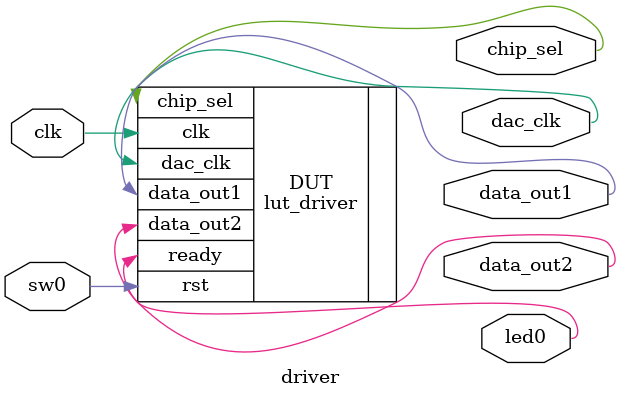
<source format=v>

`timescale 1ns / 1ps


module driver(
    input  clk,
    input  sw0,
    output  dac_clk,
    output  chip_sel,
    output  data_out1,
    output  data_out2,
    output led0
    );
    
    lut_driver DUT      (.clk(clk), 
                         .rst(sw0), 
                         .dac_clk(dac_clk), 
                         .chip_sel(chip_sel), 
                         .data_out1(data_out1), 
                         .data_out2(data_out2), 
                         .ready(led0)
                         );
endmodule

</source>
